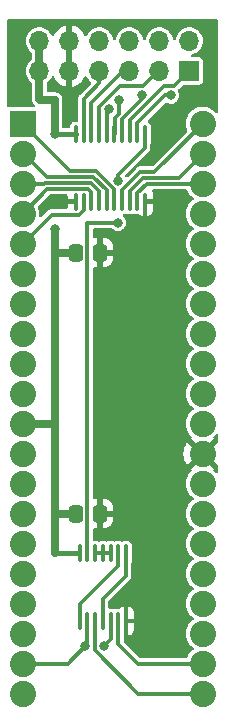
<source format=gbr>
%TF.GenerationSoftware,KiCad,Pcbnew,7.0.7*%
%TF.CreationDate,2025-07-21T04:58:23-04:00*%
%TF.ProjectId,Visual80-3,56697375-616c-4383-902d-332e6b696361,rev?*%
%TF.SameCoordinates,Original*%
%TF.FileFunction,Copper,L1,Top*%
%TF.FilePolarity,Positive*%
%FSLAX46Y46*%
G04 Gerber Fmt 4.6, Leading zero omitted, Abs format (unit mm)*
G04 Created by KiCad (PCBNEW 7.0.7) date 2025-07-21 04:58:23*
%MOMM*%
%LPD*%
G01*
G04 APERTURE LIST*
G04 Aperture macros list*
%AMRoundRect*
0 Rectangle with rounded corners*
0 $1 Rounding radius*
0 $2 $3 $4 $5 $6 $7 $8 $9 X,Y pos of 4 corners*
0 Add a 4 corners polygon primitive as box body*
4,1,4,$2,$3,$4,$5,$6,$7,$8,$9,$2,$3,0*
0 Add four circle primitives for the rounded corners*
1,1,$1+$1,$2,$3*
1,1,$1+$1,$4,$5*
1,1,$1+$1,$6,$7*
1,1,$1+$1,$8,$9*
0 Add four rect primitives between the rounded corners*
20,1,$1+$1,$2,$3,$4,$5,0*
20,1,$1+$1,$4,$5,$6,$7,0*
20,1,$1+$1,$6,$7,$8,$9,0*
20,1,$1+$1,$8,$9,$2,$3,0*%
G04 Aperture macros list end*
%TA.AperFunction,SMDPad,CuDef*%
%ADD10RoundRect,0.250000X0.337500X0.475000X-0.337500X0.475000X-0.337500X-0.475000X0.337500X-0.475000X0*%
%TD*%
%TA.AperFunction,SMDPad,CuDef*%
%ADD11RoundRect,0.100000X0.100000X-0.637500X0.100000X0.637500X-0.100000X0.637500X-0.100000X-0.637500X0*%
%TD*%
%TA.AperFunction,ComponentPad*%
%ADD12R,2.222500X2.222500*%
%TD*%
%TA.AperFunction,ComponentPad*%
%ADD13C,2.222500*%
%TD*%
%TA.AperFunction,ComponentPad*%
%ADD14R,1.700000X1.700000*%
%TD*%
%TA.AperFunction,ComponentPad*%
%ADD15O,1.700000X1.700000*%
%TD*%
%TA.AperFunction,ViaPad*%
%ADD16C,0.800000*%
%TD*%
%TA.AperFunction,Conductor*%
%ADD17C,0.635000*%
%TD*%
%TA.AperFunction,Conductor*%
%ADD18C,0.304800*%
%TD*%
%TA.AperFunction,Conductor*%
%ADD19C,0.381000*%
%TD*%
G04 APERTURE END LIST*
D10*
%TO.P,C3,1*%
%TO.N,GND*%
X142769500Y-64770000D03*
%TO.P,C3,2*%
%TO.N,+5V*%
X140694500Y-64770000D03*
%TD*%
D11*
%TO.P,U4,1,OE*%
%TO.N,GND*%
X140712500Y-38362500D03*
%TO.P,U4,2,D0*%
%TO.N,A15*%
X141362500Y-38362500D03*
%TO.P,U4,3,D1*%
%TO.N,A14*%
X142012500Y-38362500D03*
%TO.P,U4,4,D2*%
%TO.N,A13*%
X142662500Y-38362500D03*
%TO.P,U4,5,D3*%
%TO.N,A12*%
X143312500Y-38362500D03*
%TO.P,U4,6,D4*%
%TO.N,A11*%
X143962500Y-38362500D03*
%TO.P,U4,7,D5*%
%TO.N,A10*%
X144612500Y-38362500D03*
%TO.P,U4,8,D6*%
%TO.N,A9*%
X145262500Y-38362500D03*
%TO.P,U4,9,D7*%
%TO.N,A8*%
X145912500Y-38362500D03*
%TO.P,U4,10,GND*%
%TO.N,GND*%
X146562500Y-38362500D03*
%TO.P,U4,11,Load*%
%TO.N,LOAD*%
X146562500Y-32637500D03*
%TO.P,U4,12,Q7*%
%TO.N,X8*%
X145912500Y-32637500D03*
%TO.P,U4,13,Q6*%
%TO.N,X9*%
X145262500Y-32637500D03*
%TO.P,U4,14,Q5*%
%TO.N,X10*%
X144612500Y-32637500D03*
%TO.P,U4,15,Q4*%
%TO.N,X11*%
X143962500Y-32637500D03*
%TO.P,U4,16,Q3*%
%TO.N,X12*%
X143312500Y-32637500D03*
%TO.P,U4,17,Q2*%
%TO.N,X13*%
X142662500Y-32637500D03*
%TO.P,U4,18,Q1*%
%TO.N,X14*%
X142012500Y-32637500D03*
%TO.P,U4,19,Q0*%
%TO.N,X15*%
X141362500Y-32637500D03*
%TO.P,U4,20,VCC*%
%TO.N,+5V*%
X140712500Y-32637500D03*
%TD*%
D12*
%TO.P,U1,1,Pin_1*%
%TO.N,A11*%
X136202500Y-31755000D03*
D13*
%TO.P,U1,2,Pin_2*%
%TO.N,A12*%
X136202500Y-34295000D03*
%TO.P,U1,3,Pin_3*%
%TO.N,A13*%
X136202500Y-36835000D03*
%TO.P,U1,4,Pin_4*%
%TO.N,A14*%
X136202500Y-39375000D03*
%TO.P,U1,5,Pin_5*%
%TO.N,A15*%
X136202500Y-41915000D03*
%TO.P,U1,6,Pin_6*%
%TO.N,CLK*%
X136202500Y-44455000D03*
%TO.P,U1,7,Pin_7*%
%TO.N,D4*%
X136202500Y-46995000D03*
%TO.P,U1,8,Pin_8*%
%TO.N,D3*%
X136202500Y-49535000D03*
%TO.P,U1,9,Pin_9*%
%TO.N,D5*%
X136202500Y-52075000D03*
%TO.P,U1,10,Pin_10*%
%TO.N,D6*%
X136202500Y-54615000D03*
%TO.P,U1,11,Pin_11*%
%TO.N,+5V*%
X136202500Y-57155000D03*
%TO.P,U1,12,Pin_12*%
%TO.N,D2*%
X136202500Y-59695000D03*
%TO.P,U1,13,Pin_13*%
%TO.N,D7*%
X136202500Y-62235000D03*
%TO.P,U1,14,Pin_14*%
%TO.N,D0*%
X136202500Y-64775000D03*
%TO.P,U1,15,Pin_15*%
%TO.N,D1*%
X136202500Y-67315000D03*
%TO.P,U1,16,Pin_16*%
%TO.N,_INT*%
X136202500Y-69855000D03*
%TO.P,U1,17,Pin_17*%
%TO.N,_NMI*%
X136202500Y-72395000D03*
%TO.P,U1,18,Pin_18*%
%TO.N,_HALT*%
X136202500Y-74935000D03*
%TO.P,U1,19,Pin_19*%
%TO.N,_MREQ*%
X136202500Y-77475000D03*
%TO.P,U1,20,Pin_20*%
%TO.N,_IORQ*%
X136202500Y-80015000D03*
%TO.P,U1,21,Pin_21*%
%TO.N,_RD*%
X151442500Y-80015000D03*
%TO.P,U1,22,Pin_22*%
%TO.N,_WR*%
X151442500Y-77475000D03*
%TO.P,U1,23,Pin_23*%
%TO.N,_BUSAK*%
X151442500Y-74935000D03*
%TO.P,U1,24,Pin_24*%
%TO.N,_WAIT*%
X151442500Y-72395000D03*
%TO.P,U1,25,Pin_25*%
%TO.N,_BUSRQ*%
X151442500Y-69855000D03*
%TO.P,U1,26,Pin_26*%
%TO.N,_RESET*%
X151442500Y-67315000D03*
%TO.P,U1,27,Pin_27*%
%TO.N,_M1*%
X151442500Y-64775000D03*
%TO.P,U1,28,Pin_28*%
%TO.N,_REFSH*%
X151442500Y-62235000D03*
%TO.P,U1,29,Pin_29*%
%TO.N,GND*%
X151442500Y-59695000D03*
%TO.P,U1,30,Pin_30*%
%TO.N,A0*%
X151442500Y-57155000D03*
%TO.P,U1,31,Pin_31*%
%TO.N,A1*%
X151442500Y-54615000D03*
%TO.P,U1,32,Pin_32*%
%TO.N,A2*%
X151442500Y-52075000D03*
%TO.P,U1,33,Pin_33*%
%TO.N,A3*%
X151442500Y-49535000D03*
%TO.P,U1,34,Pin_34*%
%TO.N,A4*%
X151442500Y-46995000D03*
%TO.P,U1,35,Pin_35*%
%TO.N,A5*%
X151442500Y-44455000D03*
%TO.P,U1,36,Pin_36*%
%TO.N,A6*%
X151442500Y-41915000D03*
%TO.P,U1,37,Pin_37*%
%TO.N,A7*%
X151442500Y-39375000D03*
%TO.P,U1,38,Pin_38*%
%TO.N,A8*%
X151442500Y-36835000D03*
%TO.P,U1,39,Pin_39*%
%TO.N,A9*%
X151442500Y-34295000D03*
%TO.P,U1,40,Pin_40*%
%TO.N,A10*%
X151442500Y-31755000D03*
%TD*%
D10*
%TO.P,C2,1*%
%TO.N,GND*%
X142791000Y-42672000D03*
%TO.P,C2,2*%
%TO.N,+5V*%
X140716000Y-42672000D03*
%TD*%
D14*
%TO.P,J1,1,Pin_1*%
%TO.N,X9*%
X150325000Y-27290000D03*
D15*
%TO.P,J1,2,Pin_2*%
%TO.N,X8*%
X150325000Y-24750000D03*
%TO.P,J1,3,Pin_3*%
%TO.N,X13*%
X147785000Y-27290000D03*
%TO.P,J1,4,Pin_4*%
%TO.N,X10*%
X147785000Y-24750000D03*
%TO.P,J1,5,Pin_5*%
%TO.N,X14*%
X145245000Y-27290000D03*
%TO.P,J1,6,Pin_6*%
%TO.N,X11*%
X145245000Y-24750000D03*
%TO.P,J1,7,Pin_7*%
%TO.N,X15*%
X142705000Y-27290000D03*
%TO.P,J1,8,Pin_8*%
%TO.N,X12*%
X142705000Y-24750000D03*
%TO.P,J1,9,Pin_9*%
%TO.N,GND*%
X140165000Y-27290000D03*
%TO.P,J1,10,Pin_10*%
X140165000Y-24750000D03*
%TO.P,J1,11,Pin_11*%
%TO.N,+5V*%
X137625000Y-27290000D03*
%TO.P,J1,12,Pin_12*%
X137625000Y-24750000D03*
%TD*%
D11*
%TO.P,U3,1*%
%TO.N,Net-(U3-Pad1)*%
X141050000Y-73862500D03*
%TO.P,U3,2*%
%TO.N,_MREQ*%
X141700000Y-73862500D03*
%TO.P,U3,3*%
%TO.N,_RD*%
X142350000Y-73862500D03*
%TO.P,U3,4*%
%TO.N,Net-(U3-Pad4)*%
X143000000Y-73862500D03*
%TO.P,U3,5*%
%TO.N,_MREQ*%
X143650000Y-73862500D03*
%TO.P,U3,6*%
%TO.N,_WR*%
X144300000Y-73862500D03*
%TO.P,U3,7,GND*%
%TO.N,GND*%
X144950000Y-73862500D03*
%TO.P,U3,8*%
%TO.N,Net-(U3-Pad4)*%
X144950000Y-68137500D03*
%TO.P,U3,9*%
%TO.N,Net-(U3-Pad1)*%
X144300000Y-68137500D03*
%TO.P,U3,10*%
%TO.N,Net-(U3-Pad10)*%
X143650000Y-68137500D03*
%TO.P,U3,11*%
X143000000Y-68137500D03*
%TO.P,U3,12*%
X142350000Y-68137500D03*
%TO.P,U3,13*%
%TO.N,LOAD*%
X141700000Y-68137500D03*
%TO.P,U3,14,VCC*%
%TO.N,+5V*%
X141050000Y-68137500D03*
%TD*%
D16*
%TO.N,+5V*%
X138938000Y-32639000D03*
X138938000Y-40640000D03*
%TO.N,GND*%
X139689900Y-38354000D03*
%TO.N,_MREQ*%
X141500000Y-76000000D03*
X143101900Y-75968326D03*
%TO.N,LOAD*%
X144272000Y-40132000D03*
X144276518Y-36571482D03*
%TO.N,X8*%
X148748750Y-29368750D03*
%TO.N,X12*%
X143531674Y-30531674D03*
%TO.N,X11*%
X144338337Y-29725011D03*
%TO.N,X10*%
X146324049Y-29326498D03*
%TD*%
D17*
%TO.N,+5V*%
X138938000Y-42672000D02*
X138938000Y-40640000D01*
X136202500Y-57155000D02*
X138933000Y-57155000D01*
X140716000Y-42672000D02*
X138938000Y-42672000D01*
D18*
X138938000Y-32639000D02*
X138939500Y-32637500D01*
D17*
X138938000Y-42672000D02*
X138938000Y-57150000D01*
D19*
X138938000Y-68072000D02*
X140984500Y-68072000D01*
X138939500Y-32637500D02*
X140712500Y-32637500D01*
D18*
X137668000Y-29718000D02*
X137625000Y-29675000D01*
X140984500Y-68072000D02*
X141050000Y-68137500D01*
X138933000Y-57155000D02*
X138938000Y-57150000D01*
D17*
X137625000Y-29675000D02*
X137625000Y-24750000D01*
X138938000Y-32639000D02*
X138938000Y-29718000D01*
X138938000Y-64770000D02*
X138938000Y-68072000D01*
X140694500Y-64770000D02*
X138938000Y-64770000D01*
X138938000Y-29718000D02*
X137668000Y-29718000D01*
X138938000Y-57150000D02*
X138938000Y-64770000D01*
D18*
%TO.N,GND*%
X139698400Y-38362500D02*
X140712500Y-38362500D01*
X139689900Y-38354000D02*
X139698400Y-38362500D01*
%TO.N,A11*%
X140258200Y-35758200D02*
X142399888Y-35758200D01*
X142399888Y-35758200D02*
X143962500Y-37320812D01*
X136255000Y-31755000D02*
X140258200Y-35758200D01*
X136202500Y-31755000D02*
X136255000Y-31755000D01*
X143962500Y-37320812D02*
X143962500Y-38362500D01*
%TO.N,_RD*%
X151442500Y-80015000D02*
X146015000Y-80015000D01*
X142350000Y-76350000D02*
X142350000Y-73862500D01*
X146015000Y-80015000D02*
X142350000Y-76350000D01*
%TO.N,A12*%
X138263000Y-36263000D02*
X142190792Y-36263000D01*
X136202500Y-34295000D02*
X136295000Y-34295000D01*
X136295000Y-34295000D02*
X138263000Y-36263000D01*
X143312500Y-37384708D02*
X143312500Y-38362500D01*
X142190792Y-36263000D02*
X143312500Y-37384708D01*
%TO.N,_WR*%
X151442500Y-77475000D02*
X145975000Y-77475000D01*
X145975000Y-77475000D02*
X144300000Y-75800000D01*
X144300000Y-75800000D02*
X144300000Y-73862500D01*
%TO.N,A13*%
X138028604Y-36835000D02*
X138095805Y-36767800D01*
X142662500Y-37448604D02*
X142662500Y-38362500D01*
X138095805Y-36767800D02*
X141981696Y-36767800D01*
X136202500Y-36835000D02*
X138028604Y-36835000D01*
X141981696Y-36767800D02*
X142662500Y-37448604D01*
%TO.N,A14*%
X136202500Y-39375000D02*
X138304900Y-37272600D01*
X138304900Y-37272600D02*
X141772600Y-37272600D01*
X142012500Y-37512500D02*
X142012500Y-38362500D01*
X141772600Y-37272600D02*
X142012500Y-37512500D01*
%TO.N,A15*%
X141362500Y-39089790D02*
X141362500Y-38362500D01*
X136202500Y-41915000D02*
X138665100Y-39452400D01*
X140999890Y-39452400D02*
X141362500Y-39089790D01*
X138665100Y-39452400D02*
X140999890Y-39452400D01*
%TO.N,A8*%
X151442500Y-36835000D02*
X146712710Y-36835000D01*
X145912500Y-37635210D02*
X145912500Y-38362500D01*
X146712710Y-36835000D02*
X145912500Y-37635210D01*
%TO.N,_MREQ*%
X141700000Y-75800000D02*
X141700000Y-73862500D01*
X143650000Y-75420226D02*
X143650000Y-73862500D01*
X143101900Y-75968326D02*
X143650000Y-75420226D01*
X136202500Y-77475000D02*
X140025000Y-77475000D01*
X140025000Y-77475000D02*
X141500000Y-76000000D01*
X141500000Y-76000000D02*
X141700000Y-75800000D01*
%TO.N,A9*%
X145262500Y-37440010D02*
X145262500Y-38362500D01*
X151442500Y-34295000D02*
X149407300Y-36330200D01*
X149407300Y-36330200D02*
X146372310Y-36330200D01*
X146372310Y-36330200D02*
X145262500Y-37440010D01*
%TO.N,A10*%
X144612500Y-37376114D02*
X144612500Y-38362500D01*
X147372100Y-35825400D02*
X146163215Y-35825400D01*
X146163215Y-35825400D02*
X144612500Y-37376114D01*
X151442500Y-31755000D02*
X147372100Y-35825400D01*
%TO.N,Net-(U3-Pad1)*%
X141050000Y-72450000D02*
X144300000Y-69200000D01*
X141050000Y-73862500D02*
X141050000Y-72450000D01*
X144300000Y-69200000D02*
X144300000Y-68137500D01*
%TO.N,Net-(U3-Pad4)*%
X143000000Y-73862500D02*
X143000000Y-72000000D01*
X143000000Y-72000000D02*
X144950000Y-70050000D01*
X144950000Y-70050000D02*
X144950000Y-68137500D01*
%TO.N,Net-(U3-Pad10)*%
X143650000Y-68137500D02*
X142350000Y-68137500D01*
%TO.N,LOAD*%
X146562500Y-33777500D02*
X146562500Y-32637500D01*
X144272000Y-40132000D02*
X141732000Y-40132000D01*
X141732000Y-40132000D02*
X141700000Y-40164000D01*
X144276518Y-36063482D02*
X146562500Y-33777500D01*
X141700000Y-40164000D02*
X141700000Y-68137500D01*
X144276518Y-36571482D02*
X144276518Y-36063482D01*
%TO.N,X8*%
X145912500Y-31701396D02*
X145912500Y-32637500D01*
X148245146Y-29368750D02*
X145912500Y-31701396D01*
X148748750Y-29368750D02*
X148245146Y-29368750D01*
%TO.N,X9*%
X148138896Y-28575000D02*
X149040000Y-28575000D01*
X145262500Y-31451396D02*
X148138896Y-28575000D01*
X149040000Y-28575000D02*
X150325000Y-27290000D01*
X145262500Y-32637500D02*
X145262500Y-31451396D01*
%TO.N,X12*%
X143312500Y-30580552D02*
X143312500Y-32637500D01*
X143361378Y-30531674D02*
X143312500Y-30580552D01*
X143531674Y-30531674D02*
X143361378Y-30531674D01*
%TO.N,X15*%
X141362500Y-32637500D02*
X141362500Y-29637500D01*
X142705000Y-28295000D02*
X142705000Y-27290000D01*
X141362500Y-29637500D02*
X142705000Y-28295000D01*
%TO.N,X11*%
X144004800Y-32595200D02*
X143962500Y-32637500D01*
X144004800Y-31281304D02*
X144004800Y-32595200D01*
X144338337Y-30947767D02*
X144004800Y-31281304D01*
X144338337Y-29725011D02*
X144338337Y-30947767D01*
%TO.N,X14*%
X142012500Y-29987500D02*
X144710000Y-27290000D01*
X144710000Y-27290000D02*
X145245000Y-27290000D01*
X142012500Y-32637500D02*
X142012500Y-29987500D01*
%TO.N,X10*%
X144612500Y-31387500D02*
X144612500Y-32637500D01*
X146324049Y-29675951D02*
X144612500Y-31387500D01*
X146324049Y-29326498D02*
X146324049Y-29675951D01*
%TO.N,X13*%
X147710000Y-27290000D02*
X147785000Y-27290000D01*
X146425000Y-28575000D02*
X147710000Y-27290000D01*
X144425000Y-28575000D02*
X146425000Y-28575000D01*
X142662500Y-32637500D02*
X142662500Y-30337500D01*
X142662500Y-30337500D02*
X144425000Y-28575000D01*
%TD*%
%TA.AperFunction,Conductor*%
%TO.N,GND*%
G36*
X150082457Y-37312385D02*
G01*
X150128212Y-37365189D01*
X150128974Y-37366890D01*
X150192411Y-37511513D01*
X150320809Y-37708042D01*
X150320812Y-37708045D01*
X150479809Y-37880762D01*
X150642185Y-38007145D01*
X150642188Y-38007147D01*
X150683000Y-38063857D01*
X150686675Y-38133630D01*
X150652043Y-38194313D01*
X150642188Y-38202853D01*
X150479811Y-38329236D01*
X150320809Y-38501957D01*
X150192411Y-38698486D01*
X150098111Y-38913469D01*
X150040481Y-39141043D01*
X150040479Y-39141052D01*
X150021095Y-39374994D01*
X150021095Y-39375005D01*
X150040479Y-39608947D01*
X150040481Y-39608956D01*
X150098111Y-39836530D01*
X150192411Y-40051513D01*
X150320809Y-40248042D01*
X150320812Y-40248045D01*
X150479809Y-40420762D01*
X150642185Y-40547145D01*
X150642188Y-40547147D01*
X150683000Y-40603857D01*
X150686675Y-40673630D01*
X150652043Y-40734313D01*
X150642188Y-40742853D01*
X150479811Y-40869236D01*
X150320809Y-41041957D01*
X150192411Y-41238486D01*
X150098111Y-41453469D01*
X150040481Y-41681043D01*
X150040479Y-41681052D01*
X150021095Y-41914994D01*
X150021095Y-41915005D01*
X150040479Y-42148947D01*
X150040481Y-42148956D01*
X150098111Y-42376530D01*
X150192411Y-42591513D01*
X150320809Y-42788042D01*
X150320812Y-42788045D01*
X150479809Y-42960762D01*
X150642187Y-43087146D01*
X150642188Y-43087147D01*
X150683000Y-43143857D01*
X150686675Y-43213630D01*
X150652043Y-43274313D01*
X150642188Y-43282853D01*
X150479811Y-43409236D01*
X150320809Y-43581957D01*
X150192411Y-43778486D01*
X150098111Y-43993469D01*
X150040481Y-44221043D01*
X150040479Y-44221052D01*
X150021095Y-44454994D01*
X150021095Y-44455005D01*
X150040479Y-44688947D01*
X150040481Y-44688956D01*
X150098111Y-44916530D01*
X150192411Y-45131513D01*
X150320809Y-45328042D01*
X150320812Y-45328045D01*
X150479809Y-45500762D01*
X150642187Y-45627146D01*
X150642188Y-45627147D01*
X150683000Y-45683857D01*
X150686675Y-45753630D01*
X150652043Y-45814313D01*
X150642188Y-45822853D01*
X150479811Y-45949236D01*
X150320809Y-46121957D01*
X150192411Y-46318486D01*
X150098111Y-46533469D01*
X150040481Y-46761043D01*
X150040479Y-46761052D01*
X150021095Y-46994994D01*
X150021095Y-46995005D01*
X150040479Y-47228947D01*
X150040481Y-47228956D01*
X150098111Y-47456530D01*
X150192411Y-47671513D01*
X150320809Y-47868042D01*
X150320812Y-47868045D01*
X150479809Y-48040762D01*
X150642185Y-48167145D01*
X150642188Y-48167147D01*
X150683000Y-48223857D01*
X150686675Y-48293630D01*
X150652043Y-48354313D01*
X150642188Y-48362853D01*
X150479811Y-48489236D01*
X150320809Y-48661957D01*
X150192411Y-48858486D01*
X150098111Y-49073469D01*
X150040481Y-49301043D01*
X150040479Y-49301052D01*
X150021095Y-49534994D01*
X150021095Y-49535005D01*
X150040479Y-49768947D01*
X150040481Y-49768956D01*
X150098111Y-49996530D01*
X150192411Y-50211513D01*
X150320809Y-50408042D01*
X150320812Y-50408045D01*
X150479809Y-50580762D01*
X150642187Y-50707146D01*
X150642188Y-50707147D01*
X150683000Y-50763857D01*
X150686675Y-50833630D01*
X150652043Y-50894313D01*
X150642188Y-50902853D01*
X150479811Y-51029236D01*
X150320809Y-51201957D01*
X150192411Y-51398486D01*
X150098111Y-51613469D01*
X150040481Y-51841043D01*
X150040479Y-51841052D01*
X150021095Y-52074994D01*
X150021095Y-52075005D01*
X150040479Y-52308947D01*
X150040481Y-52308956D01*
X150098111Y-52536530D01*
X150192411Y-52751513D01*
X150320809Y-52948042D01*
X150320812Y-52948045D01*
X150479809Y-53120762D01*
X150642185Y-53247145D01*
X150642188Y-53247147D01*
X150683000Y-53303857D01*
X150686675Y-53373630D01*
X150652043Y-53434313D01*
X150642188Y-53442853D01*
X150479811Y-53569236D01*
X150320809Y-53741957D01*
X150192411Y-53938486D01*
X150098111Y-54153469D01*
X150040481Y-54381043D01*
X150040479Y-54381052D01*
X150021095Y-54614994D01*
X150021095Y-54615005D01*
X150040479Y-54848947D01*
X150040481Y-54848956D01*
X150098111Y-55076530D01*
X150192411Y-55291513D01*
X150320809Y-55488042D01*
X150320812Y-55488045D01*
X150479809Y-55660762D01*
X150642185Y-55787145D01*
X150642188Y-55787147D01*
X150683000Y-55843857D01*
X150686675Y-55913630D01*
X150652043Y-55974313D01*
X150642188Y-55982853D01*
X150479811Y-56109236D01*
X150320809Y-56281957D01*
X150192411Y-56478486D01*
X150098111Y-56693469D01*
X150040481Y-56921043D01*
X150040479Y-56921052D01*
X150021095Y-57154994D01*
X150021095Y-57155005D01*
X150040479Y-57388947D01*
X150040481Y-57388956D01*
X150098111Y-57616530D01*
X150192411Y-57831513D01*
X150320809Y-58028042D01*
X150320811Y-58028044D01*
X150320812Y-58028045D01*
X150479809Y-58200762D01*
X150480808Y-58201539D01*
X150481111Y-58201960D01*
X150483585Y-58204238D01*
X150483116Y-58204746D01*
X150521625Y-58258245D01*
X150525305Y-58328018D01*
X150490679Y-58388704D01*
X150490352Y-58389000D01*
X150490340Y-58389287D01*
X151044323Y-58943270D01*
X151077808Y-59004593D01*
X151072824Y-59074285D01*
X151030952Y-59130218D01*
X151027083Y-59133001D01*
X150975903Y-59168327D01*
X150868950Y-59289054D01*
X150809761Y-59326181D01*
X150739895Y-59325413D01*
X150688454Y-59294508D01*
X150136786Y-58742840D01*
X150134940Y-58745003D01*
X150002426Y-58961245D01*
X149905373Y-59195554D01*
X149846165Y-59442171D01*
X149826268Y-59694999D01*
X149846165Y-59947828D01*
X149905373Y-60194445D01*
X150002426Y-60428754D01*
X150134935Y-60644987D01*
X150134945Y-60645001D01*
X150136787Y-60647157D01*
X150688453Y-60095491D01*
X150749776Y-60062006D01*
X150819467Y-60066990D01*
X150868949Y-60100945D01*
X150975905Y-60221673D01*
X150975907Y-60221675D01*
X151004833Y-60241641D01*
X151027081Y-60256998D01*
X151071071Y-60311281D01*
X151078731Y-60380730D01*
X151047627Y-60443295D01*
X151044322Y-60446729D01*
X150490341Y-61000711D01*
X150490487Y-61004423D01*
X150523384Y-61054830D01*
X150523874Y-61124698D01*
X150486513Y-61183740D01*
X150480827Y-61188445D01*
X150479814Y-61189233D01*
X150479812Y-61189235D01*
X150320809Y-61361957D01*
X150192411Y-61558486D01*
X150098111Y-61773469D01*
X150040481Y-62001043D01*
X150040479Y-62001052D01*
X150021095Y-62234994D01*
X150021095Y-62235005D01*
X150040479Y-62468947D01*
X150040481Y-62468956D01*
X150098111Y-62696530D01*
X150192411Y-62911513D01*
X150320809Y-63108042D01*
X150320812Y-63108045D01*
X150479809Y-63280762D01*
X150642185Y-63407145D01*
X150642188Y-63407147D01*
X150683000Y-63463857D01*
X150686675Y-63533630D01*
X150652043Y-63594313D01*
X150642188Y-63602853D01*
X150479811Y-63729236D01*
X150320809Y-63901957D01*
X150192411Y-64098486D01*
X150098111Y-64313469D01*
X150040481Y-64541043D01*
X150040479Y-64541052D01*
X150021095Y-64774994D01*
X150021095Y-64775005D01*
X150040479Y-65008947D01*
X150040481Y-65008956D01*
X150098111Y-65236530D01*
X150192411Y-65451513D01*
X150320809Y-65648042D01*
X150320812Y-65648045D01*
X150479809Y-65820762D01*
X150524384Y-65855456D01*
X150642188Y-65947147D01*
X150683000Y-66003857D01*
X150686675Y-66073630D01*
X150652043Y-66134313D01*
X150642188Y-66142853D01*
X150479811Y-66269236D01*
X150320809Y-66441957D01*
X150192411Y-66638486D01*
X150098111Y-66853469D01*
X150040481Y-67081043D01*
X150040479Y-67081052D01*
X150021095Y-67314994D01*
X150021095Y-67315005D01*
X150040479Y-67548947D01*
X150040481Y-67548956D01*
X150098111Y-67776530D01*
X150192411Y-67991513D01*
X150320809Y-68188042D01*
X150320812Y-68188045D01*
X150479809Y-68360762D01*
X150642187Y-68487146D01*
X150642188Y-68487147D01*
X150683000Y-68543857D01*
X150686675Y-68613630D01*
X150652043Y-68674313D01*
X150642188Y-68682853D01*
X150479811Y-68809236D01*
X150320809Y-68981957D01*
X150192411Y-69178486D01*
X150098111Y-69393469D01*
X150040481Y-69621043D01*
X150040479Y-69621052D01*
X150021095Y-69854994D01*
X150021095Y-69855005D01*
X150040479Y-70088947D01*
X150040481Y-70088956D01*
X150098111Y-70316530D01*
X150192411Y-70531513D01*
X150320809Y-70728042D01*
X150320812Y-70728045D01*
X150479809Y-70900762D01*
X150642185Y-71027145D01*
X150642188Y-71027147D01*
X150683000Y-71083857D01*
X150686675Y-71153630D01*
X150652043Y-71214313D01*
X150642188Y-71222853D01*
X150479811Y-71349236D01*
X150320809Y-71521957D01*
X150192411Y-71718486D01*
X150098111Y-71933469D01*
X150040481Y-72161043D01*
X150040479Y-72161052D01*
X150021095Y-72394994D01*
X150021095Y-72395005D01*
X150040479Y-72628947D01*
X150040481Y-72628956D01*
X150098111Y-72856530D01*
X150192411Y-73071513D01*
X150320809Y-73268042D01*
X150320812Y-73268045D01*
X150479809Y-73440762D01*
X150642185Y-73567145D01*
X150642188Y-73567147D01*
X150683000Y-73623857D01*
X150686675Y-73693630D01*
X150652043Y-73754313D01*
X150642188Y-73762853D01*
X150479811Y-73889236D01*
X150320809Y-74061957D01*
X150192411Y-74258486D01*
X150098111Y-74473469D01*
X150040481Y-74701043D01*
X150040479Y-74701052D01*
X150021095Y-74934994D01*
X150021095Y-74935005D01*
X150040479Y-75168947D01*
X150040481Y-75168956D01*
X150098111Y-75396530D01*
X150192411Y-75611513D01*
X150320809Y-75808042D01*
X150320812Y-75808045D01*
X150479809Y-75980762D01*
X150625477Y-76094140D01*
X150642188Y-76107147D01*
X150683000Y-76163857D01*
X150686675Y-76233630D01*
X150652043Y-76294313D01*
X150642188Y-76302853D01*
X150479811Y-76429236D01*
X150320809Y-76601957D01*
X150192411Y-76798486D01*
X150128974Y-76943110D01*
X150084018Y-76996596D01*
X150017282Y-77017286D01*
X150015418Y-77017300D01*
X146215947Y-77017300D01*
X146148908Y-76997615D01*
X146128266Y-76980981D01*
X144794019Y-75646734D01*
X144760534Y-75585411D01*
X144757700Y-75559053D01*
X144757700Y-74720494D01*
X144771215Y-74664199D01*
X144790267Y-74626807D01*
X144790268Y-74626806D01*
X144790268Y-74626804D01*
X144790269Y-74626803D01*
X144805299Y-74531902D01*
X144805300Y-74531897D01*
X144805300Y-74062500D01*
X145150000Y-74062500D01*
X145150000Y-75092010D01*
X145150001Y-75092011D01*
X145206627Y-75084557D01*
X145206633Y-75084555D01*
X145352585Y-75024100D01*
X145477924Y-74927924D01*
X145574100Y-74802586D01*
X145634554Y-74656634D01*
X145634555Y-74656630D01*
X145649999Y-74539330D01*
X145650000Y-74539316D01*
X145650000Y-74062500D01*
X145150000Y-74062500D01*
X144805300Y-74062500D01*
X144805299Y-73193104D01*
X144790268Y-73098194D01*
X144790267Y-73098192D01*
X144790267Y-73098191D01*
X144763515Y-73045688D01*
X144750000Y-72989393D01*
X144750000Y-72632987D01*
X145150000Y-72632987D01*
X145150000Y-73662500D01*
X145649999Y-73662500D01*
X145649999Y-73185675D01*
X145634557Y-73068371D01*
X145634555Y-73068366D01*
X145574100Y-72922414D01*
X145477924Y-72797075D01*
X145352586Y-72700899D01*
X145206631Y-72640444D01*
X145150000Y-72632987D01*
X144750000Y-72632987D01*
X144693368Y-72640444D01*
X144547412Y-72700900D01*
X144547410Y-72700901D01*
X144425983Y-72794076D01*
X144360814Y-72819270D01*
X144350498Y-72819700D01*
X144168104Y-72819700D01*
X144073191Y-72834732D01*
X144073191Y-72834733D01*
X144031292Y-72856081D01*
X143962623Y-72868976D01*
X143918706Y-72856081D01*
X143876802Y-72834730D01*
X143781902Y-72819700D01*
X143581700Y-72819700D01*
X143514661Y-72800015D01*
X143468906Y-72747211D01*
X143457700Y-72695700D01*
X143457700Y-72240947D01*
X143477385Y-72173908D01*
X143494014Y-72153271D01*
X145253014Y-70394270D01*
X145258186Y-70389650D01*
X145260145Y-70388088D01*
X145289308Y-70364832D01*
X145323348Y-70314902D01*
X145359230Y-70266285D01*
X145359230Y-70266282D01*
X145359232Y-70266281D01*
X145363265Y-70258651D01*
X145367027Y-70250836D01*
X145367031Y-70250832D01*
X145384843Y-70193085D01*
X145404800Y-70136053D01*
X145406408Y-70127551D01*
X145407698Y-70118990D01*
X145407700Y-70118987D01*
X145407700Y-70058548D01*
X145409959Y-69998176D01*
X145409958Y-69998175D01*
X145408919Y-69988944D01*
X145409730Y-69988852D01*
X145407700Y-69973420D01*
X145407700Y-68995494D01*
X145421215Y-68939199D01*
X145440267Y-68901807D01*
X145440268Y-68901806D01*
X145440268Y-68901804D01*
X145440269Y-68901803D01*
X145454929Y-68809237D01*
X145455300Y-68806897D01*
X145455299Y-67468104D01*
X145440268Y-67373194D01*
X145381982Y-67258801D01*
X145381978Y-67258797D01*
X145381977Y-67258795D01*
X145291204Y-67168022D01*
X145291200Y-67168019D01*
X145291199Y-67168018D01*
X145176806Y-67109732D01*
X145176804Y-67109731D01*
X145176801Y-67109730D01*
X145081902Y-67094700D01*
X144818104Y-67094700D01*
X144723191Y-67109732D01*
X144723191Y-67109733D01*
X144681292Y-67131081D01*
X144612623Y-67143976D01*
X144568706Y-67131081D01*
X144526802Y-67109730D01*
X144431902Y-67094700D01*
X144168104Y-67094700D01*
X144073191Y-67109732D01*
X144073191Y-67109733D01*
X144031292Y-67131081D01*
X143962623Y-67143976D01*
X143918706Y-67131081D01*
X143876802Y-67109730D01*
X143781902Y-67094700D01*
X143518104Y-67094700D01*
X143423191Y-67109732D01*
X143423191Y-67109733D01*
X143381292Y-67131081D01*
X143312623Y-67143976D01*
X143268705Y-67131080D01*
X143226806Y-67109731D01*
X143226803Y-67109730D01*
X143131902Y-67094700D01*
X142868104Y-67094700D01*
X142773191Y-67109732D01*
X142773191Y-67109733D01*
X142731292Y-67131081D01*
X142662623Y-67143976D01*
X142618706Y-67131081D01*
X142576802Y-67109730D01*
X142481902Y-67094700D01*
X142281700Y-67094700D01*
X142214661Y-67075015D01*
X142168906Y-67022211D01*
X142157700Y-66970700D01*
X142157700Y-66109396D01*
X142177385Y-66042357D01*
X142230189Y-65996602D01*
X142294303Y-65986038D01*
X142382019Y-65994999D01*
X142519499Y-65994999D01*
X142519500Y-65994998D01*
X142519500Y-65020000D01*
X143019500Y-65020000D01*
X143019500Y-65994999D01*
X143156972Y-65994999D01*
X143156986Y-65994998D01*
X143259697Y-65984505D01*
X143426119Y-65929358D01*
X143426124Y-65929356D01*
X143575345Y-65837315D01*
X143699315Y-65713345D01*
X143791356Y-65564124D01*
X143791358Y-65564119D01*
X143846505Y-65397697D01*
X143846506Y-65397690D01*
X143856999Y-65294986D01*
X143857000Y-65294973D01*
X143857000Y-65020000D01*
X143019500Y-65020000D01*
X142519500Y-65020000D01*
X142519500Y-63545000D01*
X143019500Y-63545000D01*
X143019500Y-64520000D01*
X143856999Y-64520000D01*
X143856999Y-64245028D01*
X143856998Y-64245013D01*
X143846505Y-64142302D01*
X143791358Y-63975880D01*
X143791356Y-63975875D01*
X143699315Y-63826654D01*
X143575345Y-63702684D01*
X143426124Y-63610643D01*
X143426119Y-63610641D01*
X143259697Y-63555494D01*
X143259690Y-63555493D01*
X143156986Y-63545000D01*
X143019500Y-63545000D01*
X142519500Y-63545000D01*
X142382027Y-63545000D01*
X142382009Y-63545001D01*
X142294301Y-63553961D01*
X142225608Y-63541191D01*
X142174724Y-63493310D01*
X142157700Y-63430603D01*
X142157700Y-44009199D01*
X142177385Y-43942160D01*
X142230189Y-43896405D01*
X142294304Y-43885841D01*
X142403521Y-43896999D01*
X142540999Y-43896999D01*
X142541000Y-43896998D01*
X142541000Y-42922000D01*
X143041000Y-42922000D01*
X143041000Y-43896999D01*
X143178472Y-43896999D01*
X143178486Y-43896998D01*
X143281197Y-43886505D01*
X143447619Y-43831358D01*
X143447624Y-43831356D01*
X143596845Y-43739315D01*
X143720815Y-43615345D01*
X143812856Y-43466124D01*
X143812858Y-43466119D01*
X143868005Y-43299697D01*
X143868006Y-43299690D01*
X143878499Y-43196986D01*
X143878500Y-43196973D01*
X143878500Y-42922000D01*
X143041000Y-42922000D01*
X142541000Y-42922000D01*
X142541000Y-41447000D01*
X143041000Y-41447000D01*
X143041000Y-42422000D01*
X143878499Y-42422000D01*
X143878499Y-42147028D01*
X143878498Y-42147013D01*
X143868005Y-42044302D01*
X143812858Y-41877880D01*
X143812856Y-41877875D01*
X143720815Y-41728654D01*
X143596845Y-41604684D01*
X143447624Y-41512643D01*
X143447619Y-41512641D01*
X143281197Y-41457494D01*
X143281190Y-41457493D01*
X143178486Y-41447000D01*
X143041000Y-41447000D01*
X142541000Y-41447000D01*
X142403527Y-41447000D01*
X142403510Y-41447001D01*
X142294301Y-41458158D01*
X142225609Y-41445388D01*
X142174724Y-41397507D01*
X142157700Y-41334800D01*
X142157700Y-40713700D01*
X142177385Y-40646661D01*
X142230189Y-40600906D01*
X142281700Y-40589700D01*
X143678006Y-40589700D01*
X143745045Y-40609385D01*
X143760230Y-40620881D01*
X143868401Y-40716714D01*
X144020060Y-40796310D01*
X144075720Y-40810029D01*
X144186360Y-40837300D01*
X144186361Y-40837300D01*
X144357640Y-40837300D01*
X144413072Y-40823636D01*
X144523940Y-40796310D01*
X144675599Y-40716714D01*
X144803802Y-40603135D01*
X144901099Y-40462177D01*
X144961835Y-40302029D01*
X144982480Y-40132000D01*
X144961835Y-39961971D01*
X144901099Y-39801823D01*
X144865023Y-39749559D01*
X144815767Y-39678199D01*
X144803802Y-39660865D01*
X144791197Y-39649698D01*
X144746695Y-39610272D01*
X144709569Y-39551082D01*
X144710337Y-39481216D01*
X144748755Y-39422857D01*
X144809526Y-39394984D01*
X144839306Y-39390268D01*
X144881206Y-39368918D01*
X144949872Y-39356022D01*
X144993791Y-39368917D01*
X145035694Y-39390268D01*
X145035695Y-39390268D01*
X145035697Y-39390269D01*
X145035696Y-39390269D01*
X145130597Y-39405299D01*
X145130603Y-39405300D01*
X145394396Y-39405299D01*
X145489306Y-39390268D01*
X145531204Y-39368919D01*
X145599870Y-39356022D01*
X145643794Y-39368918D01*
X145655729Y-39375000D01*
X145685694Y-39390268D01*
X145685696Y-39390269D01*
X145780597Y-39405299D01*
X145780603Y-39405300D01*
X145962996Y-39405299D01*
X146030035Y-39424983D01*
X146038483Y-39430923D01*
X146159913Y-39524100D01*
X146305866Y-39584555D01*
X146305872Y-39584557D01*
X146362498Y-39592011D01*
X146362500Y-39592010D01*
X146362500Y-39235606D01*
X146376015Y-39179311D01*
X146402768Y-39126806D01*
X146402768Y-39126804D01*
X146402769Y-39126803D01*
X146417799Y-39031902D01*
X146417800Y-39031897D01*
X146417799Y-38562500D01*
X146762500Y-38562500D01*
X146762500Y-39592010D01*
X146762501Y-39592011D01*
X146819127Y-39584557D01*
X146819133Y-39584555D01*
X146965085Y-39524100D01*
X147090424Y-39427924D01*
X147186600Y-39302586D01*
X147247054Y-39156634D01*
X147247055Y-39156630D01*
X147262499Y-39039330D01*
X147262500Y-39039316D01*
X147262500Y-38562500D01*
X146762500Y-38562500D01*
X146417799Y-38562500D01*
X146417799Y-38286498D01*
X146437483Y-38219461D01*
X146490287Y-38173706D01*
X146541799Y-38162500D01*
X147262499Y-38162500D01*
X147262499Y-37685675D01*
X147247057Y-37568371D01*
X147247055Y-37568366D01*
X147203889Y-37464152D01*
X147196420Y-37394683D01*
X147227695Y-37332204D01*
X147287784Y-37296552D01*
X147318450Y-37292700D01*
X150015418Y-37292700D01*
X150082457Y-37312385D01*
G37*
%TD.AperFunction*%
%TA.AperFunction,Conductor*%
G36*
X152145103Y-60064585D02*
G01*
X152196545Y-60095491D01*
X152719181Y-60618127D01*
X152752666Y-60679450D01*
X152755500Y-60705808D01*
X152755500Y-61251990D01*
X152735815Y-61319029D01*
X152683011Y-61364784D01*
X152613853Y-61374728D01*
X152550297Y-61345703D01*
X152540270Y-61335973D01*
X152405188Y-61189235D01*
X152405181Y-61189229D01*
X152404175Y-61188446D01*
X152403869Y-61188022D01*
X152401415Y-61185762D01*
X152401880Y-61185256D01*
X152363364Y-61131734D01*
X152359694Y-61061961D01*
X152394328Y-61001279D01*
X152394647Y-61000989D01*
X152394658Y-61000711D01*
X151840676Y-60446729D01*
X151807191Y-60385406D01*
X151812175Y-60315714D01*
X151854047Y-60259781D01*
X151857876Y-60257027D01*
X151909093Y-60221675D01*
X152016049Y-60100944D01*
X152075237Y-60063819D01*
X152145103Y-60064585D01*
G37*
%TD.AperFunction*%
%TA.AperFunction,Conductor*%
G36*
X152669995Y-58020136D02*
G01*
X152727611Y-58059660D01*
X152754713Y-58124059D01*
X152755500Y-58138009D01*
X152755500Y-58684191D01*
X152735815Y-58751230D01*
X152719181Y-58771872D01*
X152196545Y-59294507D01*
X152135222Y-59327992D01*
X152065530Y-59323008D01*
X152016049Y-59289053D01*
X151909095Y-59168327D01*
X151909094Y-59168326D01*
X151909093Y-59168325D01*
X151857915Y-59132999D01*
X151813926Y-59078719D01*
X151806266Y-59009271D01*
X151837369Y-58946706D01*
X151840675Y-58943270D01*
X152394658Y-58389287D01*
X152394512Y-58385575D01*
X152361616Y-58335173D01*
X152361123Y-58265305D01*
X152398482Y-58206262D01*
X152404173Y-58201553D01*
X152405191Y-58200762D01*
X152540271Y-58054024D01*
X152600157Y-58018036D01*
X152669995Y-58020136D01*
G37*
%TD.AperFunction*%
%TA.AperFunction,Conductor*%
G36*
X139955539Y-37749985D02*
G01*
X140001294Y-37802789D01*
X140012500Y-37854300D01*
X140012500Y-38162500D01*
X140733200Y-38162500D01*
X140800239Y-38182185D01*
X140845994Y-38234989D01*
X140857200Y-38286500D01*
X140857200Y-38438500D01*
X140837515Y-38505539D01*
X140784711Y-38551294D01*
X140733200Y-38562500D01*
X140012501Y-38562500D01*
X140012501Y-38870700D01*
X139992816Y-38937739D01*
X139940012Y-38983494D01*
X139888501Y-38994700D01*
X138694291Y-38994700D01*
X138687352Y-38994310D01*
X138672286Y-38992612D01*
X138647792Y-38989852D01*
X138588413Y-39001088D01*
X138528666Y-39010094D01*
X138520412Y-39012639D01*
X138512221Y-39015505D01*
X138458800Y-39043739D01*
X138404354Y-39069959D01*
X138397188Y-39074844D01*
X138390239Y-39079973D01*
X138361749Y-39108463D01*
X138347505Y-39122708D01*
X138323492Y-39144989D01*
X138303211Y-39163807D01*
X138297421Y-39171068D01*
X138296784Y-39170560D01*
X138287307Y-39182905D01*
X137820514Y-39649698D01*
X137759191Y-39683183D01*
X137689499Y-39678199D01*
X137633566Y-39636327D01*
X137609149Y-39570863D01*
X137609257Y-39551777D01*
X137623905Y-39375005D01*
X137623905Y-39374994D01*
X137604520Y-39141052D01*
X137604519Y-39141049D01*
X137604519Y-39141044D01*
X137546889Y-38913471D01*
X137509094Y-38827307D01*
X137500191Y-38758007D01*
X137530168Y-38694895D01*
X137534969Y-38689816D01*
X137989797Y-38234989D01*
X138458166Y-37766619D01*
X138519490Y-37733134D01*
X138545848Y-37730300D01*
X139888500Y-37730300D01*
X139955539Y-37749985D01*
G37*
%TD.AperFunction*%
%TA.AperFunction,Conductor*%
G36*
X152698539Y-22905185D02*
G01*
X152744294Y-22957989D01*
X152755500Y-23009500D01*
X152755500Y-30771990D01*
X152735815Y-30839029D01*
X152683011Y-30884784D01*
X152613853Y-30894728D01*
X152550297Y-30865703D01*
X152540270Y-30855973D01*
X152405188Y-30709235D01*
X152405184Y-30709232D01*
X152219938Y-30565049D01*
X152219929Y-30565043D01*
X152013478Y-30453318D01*
X152013468Y-30453313D01*
X151791437Y-30377090D01*
X151601480Y-30345392D01*
X151559879Y-30338450D01*
X151325121Y-30338450D01*
X151307371Y-30341412D01*
X151093562Y-30377090D01*
X150871531Y-30453313D01*
X150871521Y-30453318D01*
X150665070Y-30565043D01*
X150665061Y-30565049D01*
X150479815Y-30709232D01*
X150479812Y-30709235D01*
X150320809Y-30881957D01*
X150192411Y-31078486D01*
X150098111Y-31293469D01*
X150040481Y-31521043D01*
X150040479Y-31521052D01*
X150021095Y-31754994D01*
X150021095Y-31755005D01*
X150040479Y-31988947D01*
X150040481Y-31988956D01*
X150098111Y-32216530D01*
X150135905Y-32302691D01*
X150144808Y-32371991D01*
X150114831Y-32435103D01*
X150110030Y-32440182D01*
X147218834Y-35331381D01*
X147157511Y-35364866D01*
X147131153Y-35367700D01*
X146192400Y-35367700D01*
X146185461Y-35367310D01*
X146170852Y-35365664D01*
X146145907Y-35362853D01*
X146094692Y-35372544D01*
X146086543Y-35374086D01*
X146056662Y-35378590D01*
X146026781Y-35383094D01*
X146018527Y-35385639D01*
X146010336Y-35388505D01*
X145956915Y-35416739D01*
X145902469Y-35442959D01*
X145895303Y-35447844D01*
X145888354Y-35452973D01*
X145865641Y-35475687D01*
X145845620Y-35495708D01*
X145835292Y-35505290D01*
X145801333Y-35536798D01*
X145795538Y-35544066D01*
X145794901Y-35543558D01*
X145785422Y-35555905D01*
X145090216Y-36251111D01*
X145028893Y-36284596D01*
X144959201Y-36279612D01*
X144903268Y-36237740D01*
X144900510Y-36233907D01*
X144899152Y-36231940D01*
X144877248Y-36165597D01*
X144894689Y-36097939D01*
X144913494Y-36073790D01*
X145621537Y-35365747D01*
X145623207Y-35364835D01*
X145625867Y-35361417D01*
X146865509Y-34121774D01*
X146870681Y-34117154D01*
X146871556Y-34116455D01*
X146901808Y-34092332D01*
X146935854Y-34042394D01*
X146971730Y-33993785D01*
X146971731Y-33993779D01*
X146975769Y-33986141D01*
X146979527Y-33978336D01*
X146979531Y-33978332D01*
X146997339Y-33920599D01*
X147017301Y-33863553D01*
X147017301Y-33863549D01*
X147017302Y-33863547D01*
X147018904Y-33855080D01*
X147020200Y-33846487D01*
X147020200Y-33786075D01*
X147022460Y-33725676D01*
X147021420Y-33716444D01*
X147022231Y-33716352D01*
X147020200Y-33700916D01*
X147020200Y-33495494D01*
X147033715Y-33439199D01*
X147041060Y-33424784D01*
X147052768Y-33401806D01*
X147052768Y-33401804D01*
X147052769Y-33401803D01*
X147067799Y-33306902D01*
X147067800Y-33306897D01*
X147067799Y-31968104D01*
X147052768Y-31873194D01*
X146994482Y-31758801D01*
X146994478Y-31758797D01*
X146994477Y-31758795D01*
X146903704Y-31668022D01*
X146903700Y-31668019D01*
X146903699Y-31668018D01*
X146850048Y-31640681D01*
X146799253Y-31592709D01*
X146782458Y-31524888D01*
X146804995Y-31458753D01*
X146818657Y-31442523D01*
X148256086Y-30005094D01*
X148317407Y-29971611D01*
X148387099Y-29976595D01*
X148401387Y-29982978D01*
X148496810Y-30033060D01*
X148552693Y-30046834D01*
X148663110Y-30074050D01*
X148663111Y-30074050D01*
X148834390Y-30074050D01*
X148910914Y-30055188D01*
X149000690Y-30033060D01*
X149152349Y-29953464D01*
X149280552Y-29839885D01*
X149377849Y-29698927D01*
X149438585Y-29538779D01*
X149459230Y-29368750D01*
X149438585Y-29198721D01*
X149377849Y-29038573D01*
X149374579Y-29033835D01*
X149352697Y-28967481D01*
X149370163Y-28899829D01*
X149392286Y-28872501D01*
X149401886Y-28863595D01*
X149401889Y-28863588D01*
X149407683Y-28856325D01*
X149408325Y-28856837D01*
X149417793Y-28844491D01*
X149780667Y-28481617D01*
X149841990Y-28448133D01*
X149868348Y-28445299D01*
X151220572Y-28445299D01*
X151220578Y-28445299D01*
X151246109Y-28442338D01*
X151350525Y-28396234D01*
X151431234Y-28315525D01*
X151477338Y-28211109D01*
X151480300Y-28185579D01*
X151480299Y-26394422D01*
X151477338Y-26368891D01*
X151431234Y-26264475D01*
X151350525Y-26183766D01*
X151350525Y-26183765D01*
X151246110Y-26137662D01*
X151220580Y-26134700D01*
X150543041Y-26134700D01*
X150476002Y-26115015D01*
X150430247Y-26062211D01*
X150420303Y-25993053D01*
X150449328Y-25929497D01*
X150508106Y-25891723D01*
X150520238Y-25888815D01*
X150642517Y-25865957D01*
X150842167Y-25788612D01*
X151024206Y-25675899D01*
X151182434Y-25531655D01*
X151311464Y-25360792D01*
X151406900Y-25169130D01*
X151465494Y-24963195D01*
X151485249Y-24750000D01*
X151481316Y-24707560D01*
X151465494Y-24536805D01*
X151465494Y-24536804D01*
X151406900Y-24330870D01*
X151401070Y-24319162D01*
X151311464Y-24139209D01*
X151311464Y-24139208D01*
X151182434Y-23968345D01*
X151182432Y-23968342D01*
X151024206Y-23824101D01*
X151024204Y-23824099D01*
X150842170Y-23711389D01*
X150842164Y-23711387D01*
X150642517Y-23634043D01*
X150432054Y-23594700D01*
X150217946Y-23594700D01*
X150007483Y-23634043D01*
X149881227Y-23682954D01*
X149807835Y-23711387D01*
X149807829Y-23711389D01*
X149625795Y-23824099D01*
X149625793Y-23824101D01*
X149467567Y-23968342D01*
X149338536Y-24139207D01*
X149243104Y-24330859D01*
X149243099Y-24330872D01*
X149184505Y-24536805D01*
X149178471Y-24601934D01*
X149152685Y-24666871D01*
X149095885Y-24707559D01*
X149026104Y-24711079D01*
X148965497Y-24676314D01*
X148933307Y-24614301D01*
X148931529Y-24601934D01*
X148925494Y-24536805D01*
X148925493Y-24536804D01*
X148866900Y-24330870D01*
X148861070Y-24319162D01*
X148771464Y-24139209D01*
X148771464Y-24139208D01*
X148642434Y-23968345D01*
X148642432Y-23968342D01*
X148484206Y-23824101D01*
X148484204Y-23824099D01*
X148302170Y-23711389D01*
X148302164Y-23711387D01*
X148102517Y-23634043D01*
X147892054Y-23594700D01*
X147677946Y-23594700D01*
X147467483Y-23634043D01*
X147341227Y-23682954D01*
X147267835Y-23711387D01*
X147267829Y-23711389D01*
X147085795Y-23824099D01*
X147085793Y-23824101D01*
X146927567Y-23968342D01*
X146798536Y-24139207D01*
X146703104Y-24330859D01*
X146703099Y-24330872D01*
X146644506Y-24536805D01*
X146638470Y-24601936D01*
X146612683Y-24666873D01*
X146555882Y-24707560D01*
X146486101Y-24711079D01*
X146425495Y-24676313D01*
X146393306Y-24614299D01*
X146391529Y-24601936D01*
X146385494Y-24536805D01*
X146326900Y-24330870D01*
X146321070Y-24319162D01*
X146231464Y-24139209D01*
X146231464Y-24139208D01*
X146102434Y-23968345D01*
X146102432Y-23968342D01*
X145944206Y-23824101D01*
X145944204Y-23824099D01*
X145762170Y-23711389D01*
X145762164Y-23711387D01*
X145562517Y-23634043D01*
X145352054Y-23594700D01*
X145137946Y-23594700D01*
X144927483Y-23634043D01*
X144801227Y-23682954D01*
X144727835Y-23711387D01*
X144727829Y-23711389D01*
X144545795Y-23824099D01*
X144545793Y-23824101D01*
X144387567Y-23968342D01*
X144258536Y-24139207D01*
X144163104Y-24330859D01*
X144163099Y-24330872D01*
X144104505Y-24536805D01*
X144098471Y-24601934D01*
X144072685Y-24666871D01*
X144015885Y-24707559D01*
X143946104Y-24711079D01*
X143885497Y-24676314D01*
X143853307Y-24614301D01*
X143851529Y-24601934D01*
X143845494Y-24536805D01*
X143845493Y-24536804D01*
X143786900Y-24330870D01*
X143781070Y-24319162D01*
X143691464Y-24139209D01*
X143691464Y-24139208D01*
X143562434Y-23968345D01*
X143562432Y-23968342D01*
X143404206Y-23824101D01*
X143404204Y-23824099D01*
X143222170Y-23711389D01*
X143222164Y-23711387D01*
X143022517Y-23634043D01*
X142812054Y-23594700D01*
X142597946Y-23594700D01*
X142387483Y-23634043D01*
X142261227Y-23682954D01*
X142187835Y-23711387D01*
X142187829Y-23711389D01*
X142005795Y-23824099D01*
X142005793Y-23824101D01*
X141847567Y-23968342D01*
X141718536Y-24139207D01*
X141653083Y-24270654D01*
X141605580Y-24321891D01*
X141537917Y-24339312D01*
X141471577Y-24317386D01*
X141429701Y-24267787D01*
X141338600Y-24072422D01*
X141338599Y-24072420D01*
X141203113Y-23878926D01*
X141203108Y-23878920D01*
X141036082Y-23711894D01*
X140842578Y-23576399D01*
X140628492Y-23476570D01*
X140628486Y-23476567D01*
X140415000Y-23419364D01*
X140415000Y-24137698D01*
X140395315Y-24204737D01*
X140342511Y-24250492D01*
X140273355Y-24260436D01*
X140200766Y-24250000D01*
X140200763Y-24250000D01*
X140129237Y-24250000D01*
X140129233Y-24250000D01*
X140056645Y-24260436D01*
X139987487Y-24250492D01*
X139934684Y-24204736D01*
X139915000Y-24137698D01*
X139915000Y-23419364D01*
X139914999Y-23419364D01*
X139701513Y-23476567D01*
X139701507Y-23476570D01*
X139487422Y-23576399D01*
X139487420Y-23576400D01*
X139293926Y-23711886D01*
X139293920Y-23711891D01*
X139126891Y-23878920D01*
X139126886Y-23878926D01*
X138991400Y-24072420D01*
X138991399Y-24072422D01*
X138900298Y-24267787D01*
X138854125Y-24320226D01*
X138786931Y-24339378D01*
X138720050Y-24319162D01*
X138676916Y-24270653D01*
X138611465Y-24139209D01*
X138482432Y-23968342D01*
X138324206Y-23824101D01*
X138324204Y-23824099D01*
X138142170Y-23711389D01*
X138142164Y-23711387D01*
X137942517Y-23634043D01*
X137732054Y-23594700D01*
X137517946Y-23594700D01*
X137307483Y-23634043D01*
X137181227Y-23682954D01*
X137107835Y-23711387D01*
X137107829Y-23711389D01*
X136925795Y-23824099D01*
X136925793Y-23824101D01*
X136767567Y-23968342D01*
X136638536Y-24139207D01*
X136543104Y-24330859D01*
X136543099Y-24330872D01*
X136484505Y-24536805D01*
X136464751Y-24749999D01*
X136464751Y-24750000D01*
X136484505Y-24963194D01*
X136543099Y-25169127D01*
X136543104Y-25169140D01*
X136638536Y-25360792D01*
X136767567Y-25531657D01*
X136925789Y-25675895D01*
X136925791Y-25675897D01*
X136925794Y-25675899D01*
X136943475Y-25686847D01*
X136990112Y-25738872D01*
X137002200Y-25792274D01*
X137002200Y-26247724D01*
X136982515Y-26314763D01*
X136943480Y-26353150D01*
X136925791Y-26364102D01*
X136767567Y-26508342D01*
X136638536Y-26679207D01*
X136543104Y-26870859D01*
X136543099Y-26870872D01*
X136484505Y-27076805D01*
X136464751Y-27289999D01*
X136464751Y-27290000D01*
X136484505Y-27503194D01*
X136543099Y-27709127D01*
X136543104Y-27709140D01*
X136638536Y-27900792D01*
X136767567Y-28071657D01*
X136925789Y-28215895D01*
X136925791Y-28215897D01*
X136925794Y-28215899D01*
X136943475Y-28226847D01*
X136990112Y-28278872D01*
X137002200Y-28332274D01*
X137002200Y-29714192D01*
X137016972Y-29831114D01*
X137016973Y-29831120D01*
X137074897Y-29977418D01*
X137074898Y-29977421D01*
X137167388Y-30104722D01*
X137167389Y-30104724D01*
X137184532Y-30118905D01*
X137223640Y-30176804D01*
X137225238Y-30246656D01*
X137188817Y-30306282D01*
X137125942Y-30336752D01*
X137105493Y-30338450D01*
X135045678Y-30338450D01*
X135045670Y-30338451D01*
X135041187Y-30338971D01*
X135037783Y-30339365D01*
X134968923Y-30327535D01*
X134917390Y-30280353D01*
X134899500Y-30216191D01*
X134899500Y-23009500D01*
X134919185Y-22942461D01*
X134971989Y-22896706D01*
X135023500Y-22885500D01*
X152631500Y-22885500D01*
X152698539Y-22905185D01*
G37*
%TD.AperFunction*%
%TA.AperFunction,Conductor*%
G36*
X141609948Y-27720837D02*
G01*
X141653083Y-27769345D01*
X141718536Y-27900792D01*
X141847567Y-28071657D01*
X141978361Y-28190891D01*
X142014643Y-28250602D01*
X142012882Y-28320450D01*
X141982504Y-28370209D01*
X141059503Y-29293210D01*
X141054316Y-29297846D01*
X141023193Y-29322666D01*
X140989145Y-29372605D01*
X140953268Y-29421217D01*
X140949230Y-29428855D01*
X140945468Y-29436669D01*
X140927656Y-29494414D01*
X140907699Y-29551450D01*
X140906087Y-29559966D01*
X140904800Y-29568511D01*
X140904800Y-29628937D01*
X140902539Y-29689326D01*
X140903580Y-29698561D01*
X140902766Y-29698652D01*
X140904800Y-29714085D01*
X140904800Y-31470700D01*
X140885115Y-31537739D01*
X140832311Y-31583494D01*
X140780801Y-31594700D01*
X140580604Y-31594700D01*
X140485692Y-31609732D01*
X140424949Y-31640683D01*
X140371301Y-31668018D01*
X140371300Y-31668018D01*
X140371300Y-31668019D01*
X140371295Y-31668022D01*
X140280522Y-31758795D01*
X140280519Y-31758799D01*
X140222230Y-31873198D01*
X140207200Y-31968097D01*
X140207200Y-32017700D01*
X140187515Y-32084739D01*
X140134711Y-32130494D01*
X140083200Y-32141700D01*
X139684800Y-32141700D01*
X139617761Y-32122015D01*
X139572006Y-32069211D01*
X139560800Y-32017700D01*
X139560800Y-29788592D01*
X139562996Y-29765360D01*
X139563235Y-29764101D01*
X139564511Y-29757417D01*
X139560921Y-29700357D01*
X139560800Y-29696485D01*
X139560800Y-29678817D01*
X139560799Y-29678813D01*
X139558586Y-29661292D01*
X139558219Y-29657410D01*
X139558213Y-29657319D01*
X139554631Y-29600371D01*
X139552132Y-29592680D01*
X139547040Y-29569898D01*
X139546028Y-29561886D01*
X139546028Y-29561885D01*
X139524980Y-29508723D01*
X139523668Y-29505079D01*
X139520889Y-29496527D01*
X139506005Y-29450717D01*
X139501675Y-29443895D01*
X139491079Y-29423098D01*
X139488102Y-29415579D01*
X139461242Y-29378610D01*
X139454507Y-29369341D01*
X139452316Y-29366117D01*
X139446087Y-29356302D01*
X139421690Y-29317857D01*
X139421687Y-29317854D01*
X139421685Y-29317851D01*
X139415794Y-29312319D01*
X139400360Y-29294814D01*
X139395609Y-29288275D01*
X139395606Y-29288272D01*
X139351574Y-29251846D01*
X139348661Y-29249278D01*
X139306982Y-29210140D01*
X139306977Y-29210137D01*
X139299898Y-29206245D01*
X139280594Y-29193126D01*
X139274368Y-29187975D01*
X139274366Y-29187974D01*
X139274365Y-29187973D01*
X139239669Y-29171646D01*
X139222642Y-29163633D01*
X139219173Y-29161865D01*
X139169092Y-29134334D01*
X139169094Y-29134334D01*
X139168786Y-29134255D01*
X139161253Y-29132320D01*
X139139305Y-29124418D01*
X139131984Y-29120973D01*
X139075823Y-29110259D01*
X139072038Y-29109413D01*
X139051651Y-29104179D01*
X139016682Y-29095200D01*
X139016678Y-29095200D01*
X139008592Y-29095200D01*
X138985360Y-29093004D01*
X138977417Y-29091489D01*
X138977415Y-29091489D01*
X138968472Y-29092051D01*
X138920357Y-29095078D01*
X138916485Y-29095200D01*
X138371800Y-29095200D01*
X138304761Y-29075515D01*
X138259006Y-29022711D01*
X138247800Y-28971200D01*
X138247800Y-28744467D01*
X138247800Y-28332270D01*
X138267483Y-28265235D01*
X138306520Y-28226849D01*
X138324206Y-28215899D01*
X138482434Y-28071655D01*
X138611464Y-27900792D01*
X138676916Y-27769345D01*
X138724418Y-27718109D01*
X138792081Y-27700687D01*
X138858421Y-27722612D01*
X138900298Y-27772212D01*
X138991399Y-27967578D01*
X139126894Y-28161082D01*
X139293917Y-28328105D01*
X139487421Y-28463600D01*
X139701507Y-28563429D01*
X139701516Y-28563433D01*
X139915000Y-28620634D01*
X139915000Y-27902301D01*
X139934685Y-27835262D01*
X139987489Y-27789507D01*
X140056647Y-27779563D01*
X140129237Y-27790000D01*
X140129238Y-27790000D01*
X140200762Y-27790000D01*
X140200763Y-27790000D01*
X140273353Y-27779563D01*
X140342512Y-27789507D01*
X140395315Y-27835262D01*
X140415000Y-27902301D01*
X140415000Y-28620633D01*
X140628483Y-28563433D01*
X140628492Y-28563429D01*
X140842578Y-28463600D01*
X141036082Y-28328105D01*
X141203105Y-28161082D01*
X141338600Y-27967578D01*
X141429701Y-27772212D01*
X141475873Y-27719773D01*
X141543067Y-27700621D01*
X141609948Y-27720837D01*
G37*
%TD.AperFunction*%
%TA.AperFunction,Conductor*%
G36*
X140342512Y-25249507D02*
G01*
X140395315Y-25295262D01*
X140415000Y-25362301D01*
X140415000Y-26677698D01*
X140395315Y-26744737D01*
X140342511Y-26790492D01*
X140273355Y-26800436D01*
X140200766Y-26790000D01*
X140200763Y-26790000D01*
X140129237Y-26790000D01*
X140129233Y-26790000D01*
X140056645Y-26800436D01*
X139987487Y-26790492D01*
X139934684Y-26744736D01*
X139915000Y-26677698D01*
X139915000Y-25362301D01*
X139934685Y-25295262D01*
X139987489Y-25249507D01*
X140056647Y-25239563D01*
X140129237Y-25250000D01*
X140129238Y-25250000D01*
X140200762Y-25250000D01*
X140200763Y-25250000D01*
X140273353Y-25239563D01*
X140342512Y-25249507D01*
G37*
%TD.AperFunction*%
%TD*%
M02*

</source>
